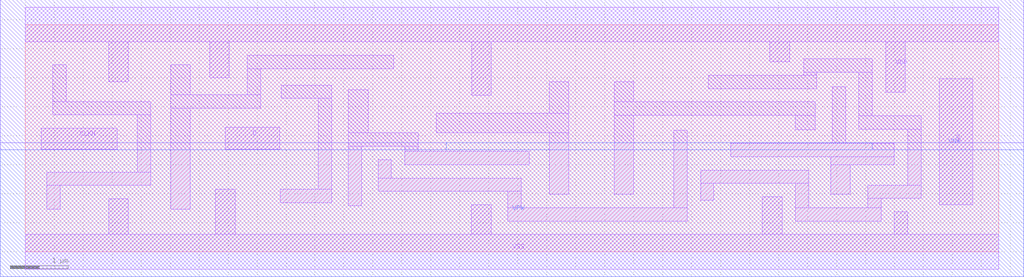
<source format=lef>
VERSION 5.7 ;
  NOWIREEXTENSIONATPIN ON ;
  DIVIDERCHAR "/" ;
  BUSBITCHARS "[]" ;
MACRO gf180mcu_fd_sc_mcu7t5v0__dffnq_1
  CLASS BLOCK ;
  FOREIGN gf180mcu_fd_sc_mcu7t5v0__dffnq_1 ;
  ORIGIN 0.000 0.000 ;
  SIZE 16.800 BY 3.920 ;
  SYMMETRY X Y ;
  PIN D
    DIRECTION INPUT ;
    ANTENNAGATEAREA 0.463500 ;
    PORT
      LAYER Metal1 ;
        RECT 3.450 1.770 4.390 2.150 ;
    END
  END D
  PIN CLKN
    DIRECTION INPUT ;
    USE CLOCK ;
    ANTENNAGATEAREA 0.711500 ;
    PORT
      LAYER Metal1 ;
        RECT 0.280 1.770 1.590 2.130 ;
    END
  END CLKN
  PIN Q
    DIRECTION OUTPUT ;
    ANTENNADIFFAREA 0.858000 ;
    PORT
      LAYER Metal1 ;
        RECT 15.770 0.810 16.350 2.985 ;
    END
  END Q
  PIN VDD
    DIRECTION INOUT ;
    USE POWER ;
    SHAPE ABUTMENT ;
    PORT
      LAYER Metal1 ;
        RECT 0.000 3.620 16.800 4.220 ;
        RECT 1.440 2.930 1.780 3.620 ;
        RECT 3.180 3.005 3.520 3.620 ;
        RECT 7.705 2.700 8.045 3.620 ;
        RECT 12.850 3.280 13.190 3.620 ;
        RECT 14.845 2.755 15.185 3.620 ;
    END
  END VDD
  PIN VNW
    DIRECTION INOUT ;
    USE POWER ;
    PORT
      LAYER Nwell ;
        RECT -0.430 1.885 17.230 4.350 ;
        RECT -0.430 1.760 7.265 1.885 ;
        RECT 14.620 1.760 17.230 1.885 ;
    END
  END VNW
  PIN VPW
    DIRECTION INOUT ;
    USE GROUND ;
    PORT
      LAYER Pwell ;
        RECT 7.265 1.760 14.620 1.885 ;
        RECT -0.430 -0.430 17.230 1.760 ;
    END
  END VPW
  PIN VSS
    DIRECTION INOUT ;
    USE GROUND ;
    SHAPE ABUTMENT ;
    PORT
      LAYER Metal1 ;
        RECT 1.440 0.300 1.780 0.915 ;
        RECT 3.280 0.300 3.620 1.075 ;
        RECT 7.700 0.300 8.040 0.810 ;
        RECT 12.720 0.300 13.060 0.950 ;
        RECT 15.000 0.300 15.230 0.690 ;
        RECT 0.000 -0.300 16.800 0.300 ;
    END
  END VSS
  OBS
      LAYER Metal1 ;
        RECT 0.475 2.590 0.705 3.225 ;
        RECT 2.515 2.710 2.845 3.225 ;
        RECT 3.830 3.160 6.355 3.390 ;
        RECT 3.830 2.710 4.060 3.160 ;
        RECT 13.430 3.100 14.615 3.330 ;
        RECT 13.430 3.050 13.660 3.100 ;
        RECT 0.475 2.360 2.165 2.590 ;
        RECT 1.935 1.375 2.165 2.360 ;
        RECT 0.375 1.145 2.165 1.375 ;
        RECT 2.515 2.480 4.060 2.710 ;
        RECT 4.420 2.645 5.290 2.875 ;
        RECT 0.375 0.735 0.605 1.145 ;
        RECT 2.515 0.735 2.845 2.480 ;
        RECT 5.055 1.075 5.290 2.645 ;
        RECT 4.400 0.845 5.290 1.075 ;
        RECT 5.575 2.050 5.915 2.795 ;
        RECT 9.040 2.390 9.380 2.930 ;
        RECT 7.095 2.050 9.380 2.390 ;
        RECT 5.575 1.820 6.780 2.050 ;
        RECT 5.575 0.790 5.805 1.820 ;
        RECT 6.550 1.730 6.780 1.820 ;
        RECT 6.090 1.270 6.320 1.590 ;
        RECT 6.550 1.500 8.700 1.730 ;
        RECT 6.090 1.040 8.560 1.270 ;
        RECT 8.330 0.760 8.560 1.040 ;
        RECT 9.040 0.990 9.380 2.050 ;
        RECT 10.160 2.585 10.500 2.930 ;
        RECT 11.790 2.815 13.660 3.050 ;
        RECT 10.160 2.355 13.630 2.585 ;
        RECT 10.160 0.990 10.500 2.355 ;
        RECT 13.290 2.105 13.630 2.355 ;
        RECT 11.195 0.760 11.425 2.095 ;
        RECT 13.925 1.885 14.155 2.850 ;
        RECT 14.385 2.345 14.615 3.100 ;
        RECT 14.385 2.115 15.460 2.345 ;
        RECT 13.925 1.875 15.000 1.885 ;
        RECT 12.175 1.640 15.000 1.875 ;
        RECT 13.900 1.500 15.000 1.640 ;
        RECT 11.655 1.180 13.520 1.410 ;
        RECT 11.655 0.890 11.885 1.180 ;
        RECT 8.330 0.530 11.425 0.760 ;
        RECT 13.290 0.760 13.520 1.180 ;
        RECT 13.900 0.990 14.240 1.500 ;
        RECT 15.230 1.150 15.460 2.115 ;
        RECT 14.540 0.920 15.460 1.150 ;
        RECT 14.540 0.760 14.770 0.920 ;
        RECT 13.290 0.530 14.770 0.760 ;
  END
END gf180mcu_fd_sc_mcu7t5v0__dffnq_1
END LIBRARY
</source>
